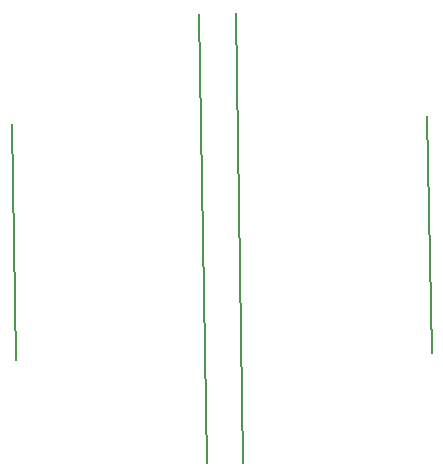
<source format=gbr>
%TF.GenerationSoftware,KiCad,Pcbnew,(6.0.4)*%
%TF.CreationDate,2022-06-21T15:17:04+02:00*%
%TF.ProjectId,konafa,6b6f6e61-6661-42e6-9b69-6361645f7063,v1.0.0*%
%TF.SameCoordinates,Original*%
%TF.FileFunction,Other,Comment*%
%FSLAX46Y46*%
G04 Gerber Fmt 4.6, Leading zero omitted, Abs format (unit mm)*
G04 Created by KiCad (PCBNEW (6.0.4)) date 2022-06-21 15:17:04*
%MOMM*%
%LPD*%
G01*
G04 APERTURE LIST*
%ADD10C,0.200000*%
G04 APERTURE END LIST*
D10*
%TO.C,REF\u002A\u002A*%
X104318244Y68298077D02*
X103653307Y106392274D01*
X107435763Y68379438D02*
X106770826Y106473635D01*
X123357375Y77681784D02*
X123008327Y97678738D01*
X88162737Y77067460D02*
X87813689Y97064414D01*
%TD*%
M02*

</source>
